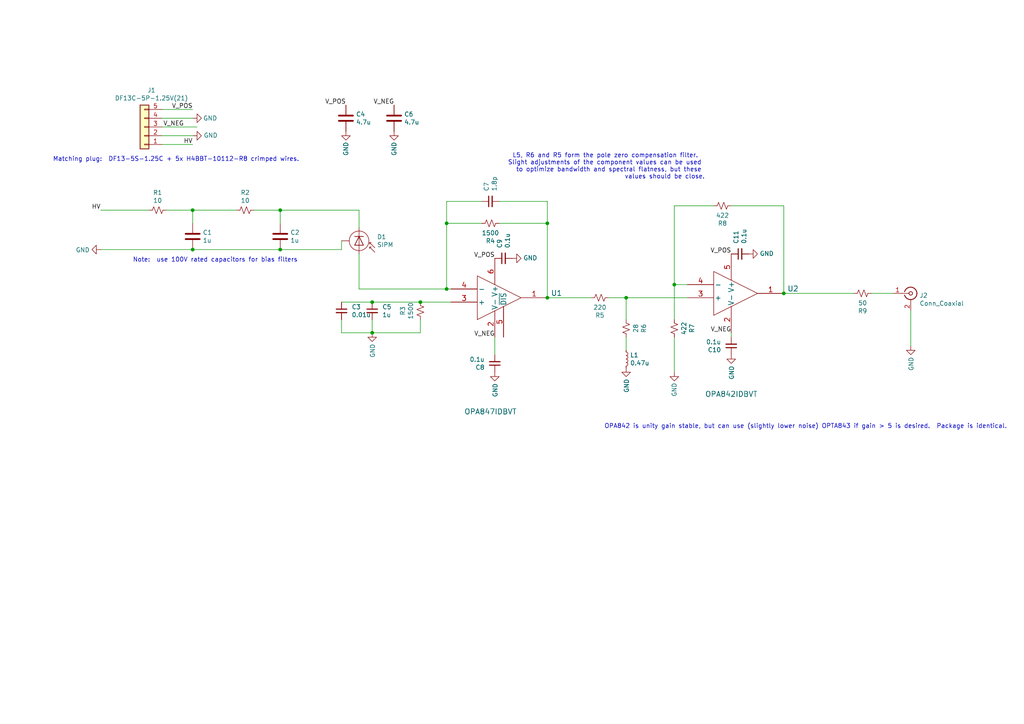
<source format=kicad_sch>
(kicad_sch (version 20200618) (host eeschema "(5.99.0-2215-gb084305b1)")
  (page 1 1)
  (paper "A4")
  (lib_symbols
    (symbol "Connector:Conn_Coaxial" (pin_names hide)
      (property "Reference" "J" (at 0.254 3.048 0))
      (property "Value" "Conn_Coaxial" (at 2.921 0 90))
      (symbol "Conn_Coaxial_0_1"
        (arc (start -1.778 0.508) (end 1.778 0) (radius (at -0.0508 0) (length 1.8034) (angles 163.6 0)) (stroke (width 0.254)))
        (arc (start 1.778 0) (end -1.778 -0.508) (radius (at -0.0254 0) (length 1.8034) (angles 0 -163.8)) (stroke (width 0.254)))
        (circle (center 0 0) (radius 0.508) (stroke (width 0.2032)))
        (polyline (pts (xy -2.54 0) (xy -0.508 0)))
        (polyline (pts (xy 0 -2.54) (xy 0 -1.778)))
      )
      (symbol "Conn_Coaxial_1_1"
        (pin passive line (at -5.08 0 0) (length 2.54) (name "In") (number "1"))
        (pin passive line (at 0 -5.08 90) (length 2.54) (name "Ext") (number "2"))
      )
    )
    (symbol "Connector_Generic:Conn_01x05" (pin_names hide)
      (property "Reference" "J" (at 0 7.62 0))
      (property "Value" "Conn_01x05" (at 0 -7.62 0))
      (symbol "Conn_01x05_1_1"
        (rectangle (start -1.27 -4.953) (end 0 -5.207) (stroke (width 0.1524)))
        (rectangle (start -1.27 -2.413) (end 0 -2.667) (stroke (width 0.1524)))
        (rectangle (start -1.27 0.127) (end 0 -0.127) (stroke (width 0.1524)))
        (rectangle (start -1.27 2.667) (end 0 2.413) (stroke (width 0.1524)))
        (rectangle (start -1.27 5.207) (end 0 4.953) (stroke (width 0.1524)))
        (rectangle (start -1.27 6.35) (end 1.27 -6.35) (stroke (width 0.254)) (fill (type background)))
        (pin passive line (at -5.08 5.08 0) (length 3.81) (name "Pin_1") (number "1"))
        (pin passive line (at -5.08 2.54 0) (length 3.81) (name "Pin_2") (number "2"))
        (pin passive line (at -5.08 0 0) (length 3.81) (name "Pin_3") (number "3"))
        (pin passive line (at -5.08 -2.54 0) (length 3.81) (name "Pin_4") (number "4"))
        (pin passive line (at -5.08 -5.08 0) (length 3.81) (name "Pin_5") (number "5"))
      )
    )
    (symbol "Device:C" (pin_numbers hide) (pin_names (offset 0.254))
      (property "Reference" "C" (at 0.635 2.54 0))
      (property "Value" "C" (at 0.635 -2.54 0))
      (symbol "C_0_1"
        (polyline (pts (xy -2.032 -0.762) (xy 2.032 -0.762)) (stroke (width 0.508)))
        (polyline (pts (xy -2.032 0.762) (xy 2.032 0.762)) (stroke (width 0.508)))
      )
      (symbol "C_1_1"
        (pin passive line (at 0 3.81 270) (length 2.794) (name "~") (number "1"))
        (pin passive line (at 0 -3.81 90) (length 2.794) (name "~") (number "2"))
      )
    )
    (symbol "Device:C_Small" (pin_numbers hide) (pin_names (offset 0.254) hide)
      (property "Reference" "C" (at 0.254 1.778 0))
      (property "Value" "C_Small" (at 0.254 -2.032 0))
      (symbol "C_Small_0_1"
        (polyline (pts (xy -1.524 -0.508) (xy 1.524 -0.508)) (stroke (width 0.3302)))
        (polyline (pts (xy -1.524 0.508) (xy 1.524 0.508)) (stroke (width 0.3048)))
      )
      (symbol "C_Small_1_1"
        (pin passive line (at 0 2.54 270) (length 2.032) (name "~") (number "1"))
        (pin passive line (at 0 -2.54 90) (length 2.032) (name "~") (number "2"))
      )
    )
    (symbol "Device:L_Small" (pin_numbers hide) (pin_names (offset 0.254) hide)
      (property "Reference" "L" (at 0.762 1.016 0))
      (property "Value" "L_Small" (at 0.762 -1.016 0))
      (symbol "L_Small_0_1"
        (arc (start 0 -2.032) (end 0 -1.016) (radius (at 0 -1.524) (length 0.508) (angles -89.9 89.9)))
        (arc (start 0 -1.016) (end 0 0) (radius (at 0 -0.508) (length 0.508) (angles -89.9 89.9)))
        (arc (start 0 0) (end 0 1.016) (radius (at 0 0.508) (length 0.508) (angles -89.9 89.9)))
        (arc (start 0 1.016) (end 0 2.032) (radius (at 0 1.524) (length 0.508) (angles -89.9 89.9)))
      )
      (symbol "L_Small_1_1"
        (pin passive line (at 0 2.54 270) (length 0.508) (name "~") (number "1"))
        (pin passive line (at 0 -2.54 90) (length 0.508) (name "~") (number "2"))
      )
    )
    (symbol "Device:R_Small_US" (pin_numbers hide) (pin_names (offset 0.254) hide)
      (property "Reference" "R" (at 0.762 0.508 0))
      (property "Value" "R_Small_US" (at 0.762 -1.016 0))
      (symbol "R_Small_US_1_1"
        (polyline (pts (xy 0 0) (xy 1.016 -0.381) (xy 0 -0.762) (xy -1.016 -1.143) (xy 0 -1.524)))
        (polyline (pts (xy 0 1.524) (xy 1.016 1.143) (xy 0 0.762) (xy -1.016 0.381) (xy 0 0)))
        (pin passive line (at 0 2.54 270) (length 1.016) (name "~") (number "1"))
        (pin passive line (at 0 -2.54 90) (length 1.016) (name "~") (number "2"))
      )
    )
    (symbol "Device:SIPM" (pin_numbers hide) (pin_names (offset 0.508) hide)
      (property "Reference" "D" (at 1.778 3.048 0))
      (property "Value" "SIPM" (at 3.81 -2.54 0))
      (symbol "SIPM_0_1"
        (circle (center -1.27 0) (radius 2.8448))
        (polyline (pts (xy -2.54 1.27) (xy -2.54 -1.27)) (stroke (width 0.2032)))
        (polyline (pts (xy -0.762 3.048) (xy -0.254 3.048)))
        (polyline (pts (xy 0 0) (xy -2.54 0)))
        (polyline (pts (xy 0.762 4.572) (xy -0.762 3.048) (xy -0.762 3.556)))
        (polyline (pts (xy 0 -1.27) (xy 0 1.27) (xy -2.54 0) (xy 0 -1.27)) (stroke (width 0.2032)))
        (polyline (pts (xy 2.032 4.572) (xy 0.508 3.048) (xy 0.508 3.556) (xy 0.508 3.048) (xy 1.016 3.048)))
      )
      (symbol "SIPM_1_0"
        (pin passive line (at -1.27 -5.08 90) (length 2.1844) (name "CASE") (number "3"))
      )
      (symbol "SIPM_1_1"
        (pin passive line (at -5.08 0 0) (length 2.54) (name "K") (number "1"))
        (pin passive line (at 2.54 0 180) (length 2.54) (name "A") (number "2"))
      )
    )
    (symbol "OPA843:OPA843IDBVT" (pin_names (offset 0.254))
      (property "Reference" "U" (at -3.81 7.62 0))
      (property "Value" "OPA843IDBVT" (at 12.7 7.62 0))
      (symbol "OPA843IDBVT_0_1"
        (polyline (pts (xy -2.54 -6.35) (xy -2.54 6.35) (xy 10.16 0) (xy -2.54 -6.35)))
      )
      (symbol "OPA843IDBVT_1_0"
        (pin output line (at 17.78 0 180) (length 7.62) (name "~") (number "1"))
        (pin power_in line (at 2.54 -11.43 90) (length 7.62) (name "V-") (number "2"))
        (pin input line (at -10.16 -1.27 0) (length 7.62) (name "+") (number "3"))
        (pin input line (at -10.16 2.54 0) (length 7.62) (name "-") (number "4"))
        (pin power_in line (at 2.54 11.43 270) (length 7.62) (name "V+") (number "5"))
      )
    )
    (symbol "OPA847:OPA847IDBVT" (pin_names (offset 0.254))
      (property "Reference" "U" (at 6.35 39.37 0))
      (property "Value" "OPA847IDBVT" (at 22.86 39.37 0))
      (symbol "OPA847IDBVT_1_1"
        (polyline (pts (xy 8.89 25.4) (xy 8.89 38.1) (xy 21.59 31.75) (xy 8.89 25.4)))
        (pin output line (at 29.21 31.75 180) (length 7.62) (name "~") (number "1"))
        (pin power_in line (at 13.97 20.32 90) (length 7.62) (name "V-") (number "2"))
        (pin input line (at 1.27 30.48 0) (length 7.62) (name "+") (number "3"))
        (pin input line (at 1.27 34.29 0) (length 7.62) (name "-") (number "4"))
        (pin power_in line (at 13.97 43.18 270) (length 7.62) (name "V+") (number "6"))
      )
      (symbol "OPA847IDBVT_1_0"
        (pin unspecified line (at 16.51 20.32 90) (length 8.89) (name "~DIS") (number "5"))
      )
    )
    (symbol "power:GND" (power) (pin_names (offset 0))
      (property "Value" "GND" (at 0 -3.81 0))
      (symbol "GND_0_1"
        (polyline (pts (xy 0 0) (xy 0 -1.27) (xy 1.27 -1.27) (xy 0 -2.54) (xy -1.27 -1.27) (xy 0 -1.27)))
      )
      (symbol "GND_1_1"
        (pin power_in line (at 0 0 270) (length 0) hide (name "GND") (number "1"))
      )
    )
  )
  (junction (at 55.88 60.96))
  (junction (at 55.88 72.39))
  (junction (at 81.28 60.96))
  (junction (at 81.28 72.39))
  (junction (at 107.95 87.63))
  (junction (at 107.95 96.52))
  (junction (at 121.92 87.63))
  (junction (at 129.54 64.77))
  (junction (at 129.54 83.82))
  (junction (at 158.75 64.77))
  (junction (at 158.75 86.36))
  (junction (at 181.61 86.36))
  (junction (at 195.58 82.55))
  (junction (at 227.33 85.09))
  (wire (pts (xy 29.21 60.96) (xy 43.18 60.96)))
  (wire (pts (xy 29.21 72.39) (xy 55.88 72.39)))
  (wire (pts (xy 46.99 31.75) (xy 55.88 31.75)))
  (wire (pts (xy 46.99 34.29) (xy 55.88 34.29)))
  (wire (pts (xy 46.99 36.83) (xy 57.15 36.83)))
  (wire (pts (xy 46.99 39.37) (xy 55.88 39.37)))
  (wire (pts (xy 46.99 41.91) (xy 55.88 41.91)))
  (wire (pts (xy 48.26 60.96) (xy 55.88 60.96)))
  (wire (pts (xy 55.88 60.96) (xy 55.88 64.77)))
  (wire (pts (xy 55.88 60.96) (xy 68.58 60.96)))
  (wire (pts (xy 55.88 72.39) (xy 81.28 72.39)))
  (wire (pts (xy 73.66 60.96) (xy 81.28 60.96)))
  (wire (pts (xy 81.28 60.96) (xy 81.28 64.77)))
  (wire (pts (xy 81.28 60.96) (xy 104.14 60.96)))
  (wire (pts (xy 81.28 72.39) (xy 99.06 72.39)))
  (wire (pts (xy 99.06 72.39) (xy 99.06 69.85)))
  (wire (pts (xy 99.06 87.63) (xy 107.95 87.63)))
  (wire (pts (xy 99.06 96.52) (xy 99.06 92.71)))
  (wire (pts (xy 104.14 60.96) (xy 104.14 66.04)))
  (wire (pts (xy 104.14 73.66) (xy 104.14 83.82)))
  (wire (pts (xy 104.14 83.82) (xy 129.54 83.82)))
  (wire (pts (xy 107.95 87.63) (xy 121.92 87.63)))
  (wire (pts (xy 107.95 92.71) (xy 107.95 96.52)))
  (wire (pts (xy 107.95 96.52) (xy 99.06 96.52)))
  (wire (pts (xy 121.92 87.63) (xy 130.81 87.63)))
  (wire (pts (xy 121.92 92.71) (xy 121.92 96.52)))
  (wire (pts (xy 121.92 96.52) (xy 107.95 96.52)))
  (wire (pts (xy 129.54 58.42) (xy 129.54 64.77)))
  (wire (pts (xy 129.54 64.77) (xy 139.7 64.77)))
  (wire (pts (xy 129.54 83.82) (xy 129.54 64.77)))
  (wire (pts (xy 129.54 83.82) (xy 130.81 83.82)))
  (wire (pts (xy 139.7 58.42) (xy 129.54 58.42)))
  (wire (pts (xy 143.51 97.79) (xy 143.51 102.87)))
  (wire (pts (xy 144.78 58.42) (xy 158.75 58.42)))
  (wire (pts (xy 144.78 64.77) (xy 158.75 64.77)))
  (wire (pts (xy 158.75 58.42) (xy 158.75 64.77)))
  (wire (pts (xy 158.75 64.77) (xy 158.75 86.36)))
  (wire (pts (xy 158.75 86.36) (xy 171.45 86.36)))
  (wire (pts (xy 181.61 86.36) (xy 176.53 86.36)))
  (wire (pts (xy 181.61 86.36) (xy 199.39 86.36)))
  (wire (pts (xy 181.61 92.71) (xy 181.61 86.36)))
  (wire (pts (xy 181.61 97.79) (xy 181.61 101.6)))
  (wire (pts (xy 195.58 59.69) (xy 207.01 59.69)))
  (wire (pts (xy 195.58 82.55) (xy 195.58 59.69)))
  (wire (pts (xy 195.58 82.55) (xy 199.39 82.55)))
  (wire (pts (xy 195.58 92.71) (xy 195.58 82.55)))
  (wire (pts (xy 195.58 97.79) (xy 195.58 107.95)))
  (wire (pts (xy 212.09 59.69) (xy 227.33 59.69)))
  (wire (pts (xy 212.09 96.52) (xy 212.09 97.79)))
  (wire (pts (xy 227.33 59.69) (xy 227.33 85.09)))
  (wire (pts (xy 227.33 85.09) (xy 247.65 85.09)))
  (wire (pts (xy 252.73 85.09) (xy 259.08 85.09)))
  (wire (pts (xy 264.16 90.17) (xy 264.16 100.33)))
  (text "Note:  use 100V rated capacitors for bias filters" (at 86.36 76.2 180) (effects (font (size 1.27 1.27)) (justify right bottom)))
  (text "Matching plug:  DF13-5S-1.25C + 5x H4BBT-10112-R8 crimped wires." (at 86.8172 46.99 0) (effects (font (size 1.27 1.27)) (justify right bottom)))
  (text "OPA842 is unity gain stable, but can use (slightly lower noise) OPTA843 if gain > 5 is desired.  Package is identical." (at 175.26 124.46 0) (effects (font (size 1.27 1.27)) (justify left bottom)))
  (text "L5, R6 and R5 form the pole zero compensation filter.  \nSlight adjustments of the component values can be used \nto optimize bandwidth and spectral flatness, but these \nvalues should be close." (at 204.47 52.07 0) (effects (font (size 1.27 1.27)) (justify right bottom)))
  (label "HV" (at 29.21 60.96 180))
  (label "V_NEG" (at 53.34 36.83 180))
  (label "V_POS" (at 55.88 31.75 180))
  (label "HV" (at 55.88 41.91 180))
  (label "V_POS" (at 100.33 30.48 180))
  (label "V_NEG" (at 114.3 30.48 180))
  (label "V_POS" (at 143.51 74.93 180))
  (label "V_NEG" (at 143.51 97.79 180))
  (label "V_POS" (at 212.09 73.66 180))
  (label "V_NEG" (at 212.09 96.52 180))
  (symbol (lib_id "Device:L_Small") (at 181.61 104.14 0) (unit 1)
    (property "Reference" "L1" (at 182.7531 102.9906 0) (effects (justify left)))
    (property "Value" "0.47u" (at 182.753 105.289 0) (effects (justify left)))
    (property "Footprint" "footprints:L_0603_1608Metric" (effects hide))
  )
  (symbol (lib_id "power:GND") (at 29.21 72.39 270) (unit 1)
    (property "Reference" "#PWR0104" (effects hide))
    (property "Value" "GND" (at 26.0349 72.5043 90) (effects (justify right)))
  )
  (symbol (lib_id "power:GND") (at 55.88 34.29 90) (unit 1)
    (property "Reference" "#PWR0107" (effects hide))
    (property "Value" "GND" (at 60.96 34.29 90))
  )
  (symbol (lib_id "power:GND") (at 55.88 39.37 90) (unit 1)
    (property "Reference" "#PWR0108" (effects hide))
    (property "Value" "GND" (at 59.0551 39.2557 90) (effects (justify right)))
  )
  (symbol (lib_id "power:GND") (at 100.33 38.1 0) (unit 1)
    (property "Reference" "#PWR0106" (effects hide))
    (property "Value" "GND" (at 100.33 43.18 90))
  )
  (symbol (lib_id "power:GND") (at 107.95 96.52 0) (unit 1)
    (property "Reference" "#PWR0101" (effects hide))
    (property "Value" "GND" (at 108.0643 99.6951 90) (effects (justify right)))
  )
  (symbol (lib_id "power:GND") (at 114.3 38.1 0) (unit 1)
    (property "Reference" "#PWR0105" (effects hide))
    (property "Value" "GND" (at 114.3 43.18 90))
  )
  (symbol (lib_id "power:GND") (at 143.51 107.95 0) (unit 1)
    (property "Reference" "#PWR0103" (effects hide))
    (property "Value" "GND" (at 143.6243 111.1251 90) (effects (justify right)))
  )
  (symbol (lib_id "power:GND") (at 148.59 74.93 90) (unit 1)
    (property "Reference" "#PWR0102" (effects hide))
    (property "Value" "GND" (at 151.7651 74.8157 90) (effects (justify right)))
  )
  (symbol (lib_id "power:GND") (at 181.61 106.68 0) (unit 1)
    (property "Reference" "#PWR0110" (effects hide))
    (property "Value" "GND" (at 181.7243 109.8551 90) (effects (justify right)))
  )
  (symbol (lib_id "power:GND") (at 195.58 107.95 0) (unit 1)
    (property "Reference" "#PWR0111" (effects hide))
    (property "Value" "GND" (at 195.58 113.03 90))
  )
  (symbol (lib_id "power:GND") (at 212.09 102.87 0) (unit 1)
    (property "Reference" "#PWR0113" (effects hide))
    (property "Value" "GND" (at 212.2043 106.0451 90) (effects (justify right)))
  )
  (symbol (lib_id "power:GND") (at 217.17 73.66 90) (unit 1)
    (property "Reference" "#PWR0112" (effects hide))
    (property "Value" "GND" (at 220.3451 73.5457 90) (effects (justify right)))
  )
  (symbol (lib_id "power:GND") (at 264.16 100.33 0) (unit 1)
    (property "Reference" "#PWR0109" (effects hide))
    (property "Value" "GND" (at 264.2743 103.5051 90) (effects (justify right)))
  )
  (symbol (lib_id "Device:R_Small_US") (at 45.72 60.96 90) (unit 1)
    (property "Reference" "R1" (at 45.72 55.8608 90))
    (property "Value" "10" (at 45.72 58.16 90))
    (property "Footprint" "footprints:R_0402_1005Metric" (effects hide))
  )
  (symbol (lib_id "Device:R_Small_US") (at 71.12 60.96 90) (unit 1)
    (property "Reference" "R2" (at 71.12 55.8608 90))
    (property "Value" "10" (at 71.12 58.1595 90))
    (property "Footprint" "footprints:R_0402_1005Metric" (effects hide))
  )
  (symbol (lib_id "Device:R_Small_US") (at 121.92 90.17 180) (unit 1)
    (property "Reference" "R3" (at 116.8208 90.17 90))
    (property "Value" "1500" (at 119.119 90.17 90))
    (property "Footprint" "footprints:R_0402_1005Metric" (effects hide))
  )
  (symbol (lib_id "Device:R_Small_US") (at 142.24 64.77 270) (unit 1)
    (property "Reference" "R4" (at 142.24 69.8692 90))
    (property "Value" "1500" (at 142.24 67.571 90))
    (property "Footprint" "footprints:R_0402_1005Metric" (effects hide))
  )
  (symbol (lib_id "Device:R_Small_US") (at 173.99 86.36 270) (unit 1)
    (property "Reference" "R5" (at 173.99 91.4592 90))
    (property "Value" "220" (at 173.99 89.161 90))
    (property "Footprint" "footprints:R_0402_1005Metric" (effects hide))
  )
  (symbol (lib_id "Device:R_Small_US") (at 181.61 95.25 0) (unit 1)
    (property "Reference" "R6" (at 186.7092 95.25 90))
    (property "Value" "28" (at 184.411 95.25 90))
    (property "Footprint" "footprints:R_0402_1005Metric" (effects hide))
  )
  (symbol (lib_id "Device:R_Small_US") (at 195.58 95.25 0) (unit 1)
    (property "Reference" "R7" (at 200.6792 95.25 90))
    (property "Value" "422" (at 198.381 95.25 90))
    (property "Footprint" "footprints:R_0402_1005Metric" (effects hide))
  )
  (symbol (lib_id "Device:R_Small_US") (at 209.55 59.69 270) (unit 1)
    (property "Reference" "R8" (at 209.55 64.7892 90))
    (property "Value" "422" (at 209.55 62.491 90))
    (property "Footprint" "footprints:R_0402_1005Metric" (effects hide))
  )
  (symbol (lib_id "Device:R_Small_US") (at 250.19 85.09 270) (unit 1)
    (property "Reference" "R9" (at 250.19 90.1892 90))
    (property "Value" "50" (at 250.19 87.891 90))
    (property "Footprint" "footprints:R_0402_1005Metric" (effects hide))
  )
  (symbol (lib_id "Device:C_Small") (at 99.06 90.17 0) (unit 1)
    (property "Reference" "C3" (at 101.9811 89.0206 0) (effects (justify left)))
    (property "Value" "0.01u" (at 101.981 91.319 0) (effects (justify left)))
    (property "Footprint" "footprints:C_0402_1005Metric" (effects hide))
  )
  (symbol (lib_id "Device:C_Small") (at 107.95 90.17 0) (unit 1)
    (property "Reference" "C5" (at 110.8711 89.0206 0) (effects (justify left)))
    (property "Value" "1u" (at 110.871 91.319 0) (effects (justify left)))
    (property "Footprint" "footprints:C_0402_1005Metric" (effects hide))
  )
  (symbol (lib_id "Device:C_Small") (at 142.24 58.42 90) (unit 1)
    (property "Reference" "C7" (at 141.0906 55.4989 0) (effects (justify left)))
    (property "Value" "1.8p" (at 143.389 55.499 0) (effects (justify left)))
    (property "Footprint" "footprints:C_0402_1005Metric" (effects hide))
  )
  (symbol (lib_id "Device:C_Small") (at 143.51 105.41 180) (unit 1)
    (property "Reference" "C8" (at 140.5889 106.5594 0) (effects (justify left)))
    (property "Value" "0.1u" (at 140.589 104.261 0) (effects (justify left)))
    (property "Footprint" "footprints:C_0402_1005Metric" (effects hide))
  )
  (symbol (lib_id "Device:C_Small") (at 146.05 74.93 90) (unit 1)
    (property "Reference" "C9" (at 144.9006 72.0089 0) (effects (justify left)))
    (property "Value" "0.1u" (at 147.199 72.009 0) (effects (justify left)))
    (property "Footprint" "footprints:C_0402_1005Metric" (effects hide))
  )
  (symbol (lib_id "Device:C_Small") (at 212.09 100.33 180) (unit 1)
    (property "Reference" "C10" (at 209.1689 101.4794 0) (effects (justify left)))
    (property "Value" "0.1u" (at 209.169 99.181 0) (effects (justify left)))
    (property "Footprint" "footprints:C_0402_1005Metric" (effects hide))
  )
  (symbol (lib_id "Device:C_Small") (at 214.63 73.66 90) (unit 1)
    (property "Reference" "C11" (at 213.4806 70.7389 0) (effects (justify left)))
    (property "Value" "0.1u" (at 215.779 70.739 0) (effects (justify left)))
    (property "Footprint" "footprints:C_0402_1005Metric" (effects hide))
  )
  (symbol (lib_id "Device:C") (at 55.88 68.58 0) (unit 1)
    (property "Reference" "C1" (at 58.8011 67.4306 0) (effects (justify left)))
    (property "Value" "1u" (at 58.801 69.729 0) (effects (justify left)))
    (property "Footprint" "Capacitor_SMD:C_1206_3216Metric" (effects hide))
  )
  (symbol (lib_id "Device:C") (at 81.28 68.58 0) (unit 1)
    (property "Reference" "C2" (at 84.2011 67.4306 0) (effects (justify left)))
    (property "Value" "1u" (at 84.201 69.729 0) (effects (justify left)))
    (property "Footprint" "Capacitor_SMD:C_1206_3216Metric" (effects hide))
  )
  (symbol (lib_id "Device:C") (at 100.33 34.29 0) (unit 1)
    (property "Reference" "C4" (at 103.2511 33.1406 0) (effects (justify left)))
    (property "Value" "4.7u" (at 103.251 35.439 0) (effects (justify left)))
    (property "Footprint" "Capacitor_SMD:C_1206_3216Metric" (effects hide))
  )
  (symbol (lib_id "Device:C") (at 114.3 34.29 0) (unit 1)
    (property "Reference" "C6" (at 117.2211 33.1406 0) (effects (justify left)))
    (property "Value" "4.7u" (at 117.221 35.439 0) (effects (justify left)))
    (property "Footprint" "Capacitor_SMD:C_1206_3216Metric" (effects hide))
  )
  (symbol (lib_id "Connector:Conn_Coaxial") (at 264.16 85.09 0) (unit 1)
    (property "Reference" "J2" (at 266.7001 85.7059 0) (effects (justify left)))
    (property "Value" "Conn_Coaxial" (at 266.7001 88.0046 0) (effects (justify left)))
    (property "Footprint" "Connector_Coaxial:SMB_Jack_Vertical" (effects hide))
    (property "Datasheet" " ~" (effects hide))
  )
  (symbol (lib_id "Device:SIPM") (at 104.14 71.12 270) (unit 1)
    (property "Reference" "D1" (at 109.3471 68.7006 90) (effects (justify left)))
    (property "Value" "SIPM" (at 109.3471 70.9993 90) (effects (justify left)))
    (property "Footprint" "footprints:S14420" (effects hide))
  )
  (symbol (lib_id "Connector_Generic:Conn_01x05") (at 41.91 36.83 180) (unit 1)
    (property "Reference" "J1" (at 43.942 26.1682 0))
    (property "Value" "DF13C-5P-1.25V(21)" (at 43.942 28.4669 0))
    (property "Footprint" "footprints:DF13C-5P-1.25V21" (effects hide))
    (property "Digikey Part" "H126001CT-ND" (effects hide))
  )
  (symbol (lib_id "OPA847:OPA847IDBVT") (at 129.54 118.11 0) (unit 1)
    (property "Reference" "U1" (at 159.7661 85.0062 0) (effects (font (size 1.524 1.524)) (justify left)))
    (property "Value" "OPA847IDBVT" (at 134.62 119.38 0) (effects (font (size 1.524 1.524)) (justify left)))
    (property "Footprint" "footprints:OPA847IDBVT" (effects hide))
  )
  (symbol (lib_id "OPA843:OPA843IDBVT") (at 209.55 85.09 0) (unit 1)
    (property "Reference" "U2" (at 228.3461 83.7362 0) (effects (font (size 1.524 1.524)) (justify left)))
    (property "Value" "OPA842IDBVT" (at 204.47 114.3 0) (effects (font (size 1.524 1.524)) (justify left)))
    (property "Footprint" "footprints:OPA843IDBVT" (effects hide))
  )
)
</source>
